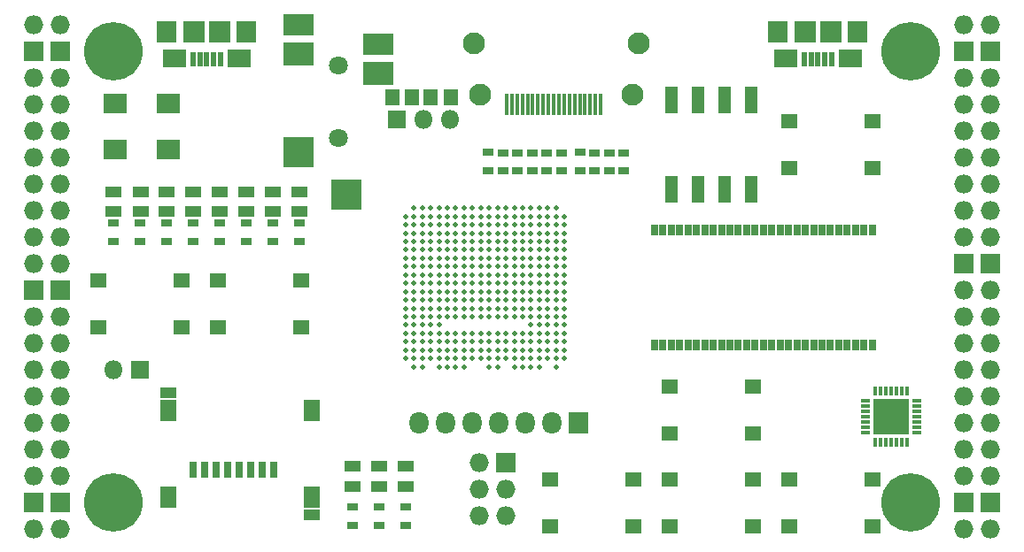
<source format=gts>
G04 #@! TF.GenerationSoftware,KiCad,Pcbnew,5.0.0+dfsg1-1*
G04 #@! TF.CreationDate,2018-08-19T11:20:59+02:00*
G04 #@! TF.ProjectId,ulx3s,756C7833732E6B696361645F70636200,rev?*
G04 #@! TF.SameCoordinates,Original*
G04 #@! TF.FileFunction,Soldermask,Top*
G04 #@! TF.FilePolarity,Negative*
%FSLAX46Y46*%
G04 Gerber Fmt 4.6, Leading zero omitted, Abs format (unit mm)*
G04 Created by KiCad (PCBNEW 5.0.0+dfsg1-1) date Sun Aug 19 11:20:59 2018*
%MOMM*%
%LPD*%
G01*
G04 APERTURE LIST*
%ADD10C,0.500000*%
%ADD11R,0.400000X2.000000*%
%ADD12C,2.100000*%
%ADD13R,1.220000X2.540000*%
%ADD14R,0.660000X1.000000*%
%ADD15O,1.827200X1.827200*%
%ADD16R,1.827200X1.827200*%
%ADD17C,5.600000*%
%ADD18O,0.950000X0.400000*%
%ADD19O,0.400000X0.950000*%
%ADD20R,1.775000X1.775000*%
%ADD21R,1.827200X2.132000*%
%ADD22O,1.827200X2.132000*%
%ADD23R,2.900000X2.100000*%
%ADD24R,2.900000X2.300000*%
%ADD25R,2.900000X2.900000*%
%ADD26C,1.800000*%
%ADD27R,0.800000X1.600000*%
%ADD28R,1.550000X1.000000*%
%ADD29R,1.550000X2.100000*%
%ADD30R,2.300000X1.900000*%
%ADD31R,1.100000X0.770000*%
%ADD32R,1.600000X1.070000*%
%ADD33R,1.800000X1.800000*%
%ADD34O,1.800000X1.800000*%
%ADD35R,1.395000X1.500000*%
%ADD36R,1.900000X2.000000*%
%ADD37R,0.500000X1.450000*%
%ADD38R,2.000000X2.000000*%
%ADD39R,2.200000X1.700000*%
%ADD40R,1.650000X1.400000*%
G04 APERTURE END LIST*
D10*
G04 #@! TO.C,U1*
X145280000Y-95400000D03*
X143680000Y-95400000D03*
X142880000Y-95400000D03*
X142080000Y-95400000D03*
X141280000Y-95400000D03*
X139680000Y-95400000D03*
X138880000Y-95400000D03*
X136480000Y-95400000D03*
X135680000Y-95400000D03*
X134880000Y-95400000D03*
X134080000Y-95400000D03*
X132480000Y-95400000D03*
X131680000Y-95400000D03*
X146080000Y-94600000D03*
X145280000Y-94600000D03*
X144480000Y-94600000D03*
X143680000Y-94600000D03*
X142880000Y-94600000D03*
X142080000Y-94600000D03*
X141280000Y-94600000D03*
X140480000Y-94600000D03*
X139680000Y-94600000D03*
X138880000Y-94600000D03*
X138080000Y-94600000D03*
X137280000Y-94600000D03*
X136480000Y-94600000D03*
X135680000Y-94600000D03*
X134880000Y-94600000D03*
X134080000Y-94600000D03*
X133280000Y-94600000D03*
X132480000Y-94600000D03*
X131680000Y-94600000D03*
X130880000Y-94600000D03*
X146080000Y-93800000D03*
X145280000Y-93800000D03*
X144480000Y-93800000D03*
X143680000Y-93800000D03*
X142880000Y-93800000D03*
X142080000Y-93800000D03*
X141280000Y-93800000D03*
X140480000Y-93800000D03*
X139680000Y-93800000D03*
X138880000Y-93800000D03*
X138080000Y-93800000D03*
X137280000Y-93800000D03*
X136480000Y-93800000D03*
X135680000Y-93800000D03*
X134880000Y-93800000D03*
X134080000Y-93800000D03*
X133280000Y-93800000D03*
X132480000Y-93800000D03*
X131680000Y-93800000D03*
X130880000Y-93800000D03*
X146080000Y-93000000D03*
X145280000Y-93000000D03*
X144480000Y-93000000D03*
X143680000Y-93000000D03*
X142880000Y-93000000D03*
X142080000Y-93000000D03*
X141280000Y-93000000D03*
X140480000Y-93000000D03*
X139680000Y-93000000D03*
X138880000Y-93000000D03*
X138080000Y-93000000D03*
X137280000Y-93000000D03*
X136480000Y-93000000D03*
X135680000Y-93000000D03*
X134880000Y-93000000D03*
X134080000Y-93000000D03*
X133280000Y-93000000D03*
X132480000Y-93000000D03*
X131680000Y-93000000D03*
X130880000Y-93000000D03*
X146080000Y-92200000D03*
X145280000Y-92200000D03*
X144480000Y-92200000D03*
X143680000Y-92200000D03*
X142880000Y-92200000D03*
X142080000Y-92200000D03*
X141280000Y-92200000D03*
X140480000Y-92200000D03*
X139680000Y-92200000D03*
X138880000Y-92200000D03*
X138080000Y-92200000D03*
X137280000Y-92200000D03*
X136480000Y-92200000D03*
X135680000Y-92200000D03*
X134880000Y-92200000D03*
X134080000Y-92200000D03*
X133280000Y-92200000D03*
X132480000Y-92200000D03*
X131680000Y-92200000D03*
X130880000Y-92200000D03*
X146080000Y-91400000D03*
X145280000Y-91400000D03*
X144480000Y-91400000D03*
X143680000Y-91400000D03*
X142880000Y-91400000D03*
X134080000Y-91400000D03*
X133280000Y-91400000D03*
X132480000Y-91400000D03*
X131680000Y-91400000D03*
X130880000Y-91400000D03*
X146080000Y-90600000D03*
X145280000Y-90600000D03*
X144480000Y-90600000D03*
X143680000Y-90600000D03*
X142880000Y-90600000D03*
X142080000Y-90600000D03*
X141280000Y-90600000D03*
X140480000Y-90600000D03*
X139680000Y-90600000D03*
X138880000Y-90600000D03*
X138080000Y-90600000D03*
X137280000Y-90600000D03*
X136480000Y-90600000D03*
X135680000Y-90600000D03*
X134880000Y-90600000D03*
X134080000Y-90600000D03*
X133280000Y-90600000D03*
X132480000Y-90600000D03*
X131680000Y-90600000D03*
X130880000Y-90600000D03*
X146080000Y-89800000D03*
X145280000Y-89800000D03*
X144480000Y-89800000D03*
X143680000Y-89800000D03*
X142880000Y-89800000D03*
X142080000Y-89800000D03*
X141280000Y-89800000D03*
X140480000Y-89800000D03*
X139680000Y-89800000D03*
X138880000Y-89800000D03*
X138080000Y-89800000D03*
X137280000Y-89800000D03*
X136480000Y-89800000D03*
X135680000Y-89800000D03*
X134880000Y-89800000D03*
X134080000Y-89800000D03*
X133280000Y-89800000D03*
X132480000Y-89800000D03*
X131680000Y-89800000D03*
X130880000Y-89800000D03*
X146080000Y-89000000D03*
X145280000Y-89000000D03*
X144480000Y-89000000D03*
X143680000Y-89000000D03*
X142880000Y-89000000D03*
X142080000Y-89000000D03*
X141280000Y-89000000D03*
X140480000Y-89000000D03*
X139680000Y-89000000D03*
X138880000Y-89000000D03*
X138080000Y-89000000D03*
X137280000Y-89000000D03*
X136480000Y-89000000D03*
X135680000Y-89000000D03*
X134880000Y-89000000D03*
X134080000Y-89000000D03*
X133280000Y-89000000D03*
X132480000Y-89000000D03*
X131680000Y-89000000D03*
X130880000Y-89000000D03*
X146080000Y-88200000D03*
X145280000Y-88200000D03*
X144480000Y-88200000D03*
X143680000Y-88200000D03*
X142880000Y-88200000D03*
X142080000Y-88200000D03*
X141280000Y-88200000D03*
X140480000Y-88200000D03*
X139680000Y-88200000D03*
X138880000Y-88200000D03*
X138080000Y-88200000D03*
X137280000Y-88200000D03*
X136480000Y-88200000D03*
X135680000Y-88200000D03*
X134880000Y-88200000D03*
X134080000Y-88200000D03*
X133280000Y-88200000D03*
X132480000Y-88200000D03*
X131680000Y-88200000D03*
X130880000Y-88200000D03*
X146080000Y-87400000D03*
X145280000Y-87400000D03*
X144480000Y-87400000D03*
X143680000Y-87400000D03*
X142880000Y-87400000D03*
X142080000Y-87400000D03*
X141280000Y-87400000D03*
X140480000Y-87400000D03*
X139680000Y-87400000D03*
X138880000Y-87400000D03*
X138080000Y-87400000D03*
X137280000Y-87400000D03*
X136480000Y-87400000D03*
X135680000Y-87400000D03*
X134880000Y-87400000D03*
X134080000Y-87400000D03*
X133280000Y-87400000D03*
X132480000Y-87400000D03*
X131680000Y-87400000D03*
X130880000Y-87400000D03*
X146080000Y-86600000D03*
X145280000Y-86600000D03*
X144480000Y-86600000D03*
X143680000Y-86600000D03*
X142880000Y-86600000D03*
X142080000Y-86600000D03*
X141280000Y-86600000D03*
X140480000Y-86600000D03*
X139680000Y-86600000D03*
X138880000Y-86600000D03*
X138080000Y-86600000D03*
X137280000Y-86600000D03*
X136480000Y-86600000D03*
X135680000Y-86600000D03*
X134880000Y-86600000D03*
X134080000Y-86600000D03*
X133280000Y-86600000D03*
X132480000Y-86600000D03*
X131680000Y-86600000D03*
X130880000Y-86600000D03*
X146080000Y-85800000D03*
X145280000Y-85800000D03*
X144480000Y-85800000D03*
X143680000Y-85800000D03*
X142880000Y-85800000D03*
X142080000Y-85800000D03*
X141280000Y-85800000D03*
X140480000Y-85800000D03*
X139680000Y-85800000D03*
X138880000Y-85800000D03*
X138080000Y-85800000D03*
X137280000Y-85800000D03*
X136480000Y-85800000D03*
X135680000Y-85800000D03*
X134880000Y-85800000D03*
X134080000Y-85800000D03*
X133280000Y-85800000D03*
X132480000Y-85800000D03*
X131680000Y-85800000D03*
X130880000Y-85800000D03*
X146080000Y-85000000D03*
X145280000Y-85000000D03*
X144480000Y-85000000D03*
X143680000Y-85000000D03*
X142880000Y-85000000D03*
X142080000Y-85000000D03*
X141280000Y-85000000D03*
X140480000Y-85000000D03*
X139680000Y-85000000D03*
X138880000Y-85000000D03*
X138080000Y-85000000D03*
X137280000Y-85000000D03*
X136480000Y-85000000D03*
X135680000Y-85000000D03*
X134880000Y-85000000D03*
X134080000Y-85000000D03*
X133280000Y-85000000D03*
X132480000Y-85000000D03*
X131680000Y-85000000D03*
X130880000Y-85000000D03*
X146080000Y-84200000D03*
X145280000Y-84200000D03*
X144480000Y-84200000D03*
X143680000Y-84200000D03*
X142880000Y-84200000D03*
X142080000Y-84200000D03*
X141280000Y-84200000D03*
X140480000Y-84200000D03*
X139680000Y-84200000D03*
X138880000Y-84200000D03*
X138080000Y-84200000D03*
X137280000Y-84200000D03*
X136480000Y-84200000D03*
X135680000Y-84200000D03*
X134880000Y-84200000D03*
X134080000Y-84200000D03*
X133280000Y-84200000D03*
X132480000Y-84200000D03*
X131680000Y-84200000D03*
X130880000Y-84200000D03*
X146080000Y-83400000D03*
X145280000Y-83400000D03*
X144480000Y-83400000D03*
X143680000Y-83400000D03*
X142880000Y-83400000D03*
X142080000Y-83400000D03*
X141280000Y-83400000D03*
X140480000Y-83400000D03*
X139680000Y-83400000D03*
X138880000Y-83400000D03*
X138080000Y-83400000D03*
X137280000Y-83400000D03*
X136480000Y-83400000D03*
X135680000Y-83400000D03*
X134880000Y-83400000D03*
X134080000Y-83400000D03*
X133280000Y-83400000D03*
X132480000Y-83400000D03*
X131680000Y-83400000D03*
X130880000Y-83400000D03*
X146080000Y-82600000D03*
X145280000Y-82600000D03*
X144480000Y-82600000D03*
X143680000Y-82600000D03*
X142880000Y-82600000D03*
X142080000Y-82600000D03*
X141280000Y-82600000D03*
X140480000Y-82600000D03*
X139680000Y-82600000D03*
X138880000Y-82600000D03*
X138080000Y-82600000D03*
X137280000Y-82600000D03*
X136480000Y-82600000D03*
X135680000Y-82600000D03*
X134880000Y-82600000D03*
X134080000Y-82600000D03*
X133280000Y-82600000D03*
X132480000Y-82600000D03*
X131680000Y-82600000D03*
X130880000Y-82600000D03*
X146080000Y-81800000D03*
X145280000Y-81800000D03*
X144480000Y-81800000D03*
X143680000Y-81800000D03*
X142880000Y-81800000D03*
X142080000Y-81800000D03*
X141280000Y-81800000D03*
X140480000Y-81800000D03*
X139680000Y-81800000D03*
X138880000Y-81800000D03*
X138080000Y-81800000D03*
X137280000Y-81800000D03*
X136480000Y-81800000D03*
X135680000Y-81800000D03*
X134880000Y-81800000D03*
X134080000Y-81800000D03*
X133280000Y-81800000D03*
X132480000Y-81800000D03*
X131680000Y-81800000D03*
X130880000Y-81800000D03*
X146080000Y-81000000D03*
X145280000Y-81000000D03*
X144480000Y-81000000D03*
X143680000Y-81000000D03*
X142880000Y-81000000D03*
X142080000Y-81000000D03*
X141280000Y-81000000D03*
X140480000Y-81000000D03*
X139680000Y-81000000D03*
X138880000Y-81000000D03*
X138080000Y-81000000D03*
X137280000Y-81000000D03*
X136480000Y-81000000D03*
X135680000Y-81000000D03*
X134880000Y-81000000D03*
X134080000Y-81000000D03*
X133280000Y-81000000D03*
X132480000Y-81000000D03*
X131680000Y-81000000D03*
X130880000Y-81000000D03*
X145280000Y-80200000D03*
X144480000Y-80200000D03*
X143680000Y-80200000D03*
X142880000Y-80200000D03*
X142080000Y-80200000D03*
X141280000Y-80200000D03*
X140480000Y-80200000D03*
X139680000Y-80200000D03*
X138880000Y-80200000D03*
X138080000Y-80200000D03*
X137280000Y-80200000D03*
X136480000Y-80200000D03*
X135680000Y-80200000D03*
X134880000Y-80200000D03*
X134080000Y-80200000D03*
X133280000Y-80200000D03*
X132480000Y-80200000D03*
X131680000Y-80200000D03*
G04 #@! TD*
D11*
G04 #@! TO.C,GPDI1*
X149546000Y-70312000D03*
X149046000Y-70312000D03*
X148546000Y-70312000D03*
X148046000Y-70312000D03*
X147546000Y-70312000D03*
X147046000Y-70312000D03*
X146546000Y-70312000D03*
X146046000Y-70312000D03*
X145546000Y-70312000D03*
X145046000Y-70312000D03*
X144546000Y-70312000D03*
X144046000Y-70312000D03*
X143546000Y-70312000D03*
X143046000Y-70312000D03*
X142546000Y-70312000D03*
X142046000Y-70312000D03*
X141546000Y-70312000D03*
X141046000Y-70312000D03*
X140546000Y-70312000D03*
D12*
X152546000Y-69312000D03*
X138046000Y-69312000D03*
X153146000Y-64412000D03*
X137446000Y-64412000D03*
G04 #@! TD*
D13*
G04 #@! TO.C,SW1*
X156330000Y-69815000D03*
X163950000Y-78425000D03*
X158870000Y-69815000D03*
X161410000Y-78425000D03*
X161410000Y-69815000D03*
X158870000Y-78425000D03*
X163950000Y-69815000D03*
X156330000Y-78425000D03*
G04 #@! TD*
D14*
G04 #@! TO.C,U2*
X175493000Y-82270000D03*
X154693000Y-93330000D03*
X155493000Y-93330000D03*
X156293000Y-93330000D03*
X157093000Y-93330000D03*
X157893000Y-93330000D03*
X158693000Y-93330000D03*
X159493000Y-93330000D03*
X160293000Y-93330000D03*
X161093000Y-93330000D03*
X161893000Y-93330000D03*
X162693000Y-93330000D03*
X163493000Y-93330000D03*
X164293000Y-93330000D03*
X165093000Y-93330000D03*
X165893000Y-93330000D03*
X166693000Y-93330000D03*
X167493000Y-93330000D03*
X168293000Y-93330000D03*
X169093000Y-93330000D03*
X169893000Y-93330000D03*
X170693000Y-93330000D03*
X171493000Y-93330000D03*
X172293000Y-93330000D03*
X173093000Y-93330000D03*
X173893000Y-93330000D03*
X174693000Y-93330000D03*
X175493000Y-93330000D03*
X174693000Y-82270000D03*
X173893000Y-82270000D03*
X173093000Y-82270000D03*
X172293000Y-82270000D03*
X171493000Y-82270000D03*
X170693000Y-82270000D03*
X169893000Y-82270000D03*
X169093000Y-82270000D03*
X168293000Y-82270000D03*
X167493000Y-82270000D03*
X166693000Y-82270000D03*
X165893000Y-82270000D03*
X165093000Y-82270000D03*
X164293000Y-82270000D03*
X163493000Y-82270000D03*
X162693000Y-82270000D03*
X161893000Y-82270000D03*
X161093000Y-82270000D03*
X160293000Y-82270000D03*
X159493000Y-82270000D03*
X158693000Y-82270000D03*
X157893000Y-82270000D03*
X157093000Y-82270000D03*
X156293000Y-82270000D03*
X155493000Y-82270000D03*
X154693000Y-82270000D03*
G04 #@! TD*
D15*
G04 #@! TO.C,J1*
X97910000Y-62690000D03*
X95370000Y-62690000D03*
D16*
X97910000Y-65230000D03*
X95370000Y-65230000D03*
D15*
X97910000Y-67770000D03*
X95370000Y-67770000D03*
X97910000Y-70310000D03*
X95370000Y-70310000D03*
X97910000Y-72850000D03*
X95370000Y-72850000D03*
X97910000Y-75390000D03*
X95370000Y-75390000D03*
X97910000Y-77930000D03*
X95370000Y-77930000D03*
X97910000Y-80470000D03*
X95370000Y-80470000D03*
X97910000Y-83010000D03*
X95370000Y-83010000D03*
X97910000Y-85550000D03*
X95370000Y-85550000D03*
D16*
X97910000Y-88090000D03*
X95370000Y-88090000D03*
D15*
X97910000Y-90630000D03*
X95370000Y-90630000D03*
X97910000Y-93170000D03*
X95370000Y-93170000D03*
X97910000Y-95710000D03*
X95370000Y-95710000D03*
X97910000Y-98250000D03*
X95370000Y-98250000D03*
X97910000Y-100790000D03*
X95370000Y-100790000D03*
X97910000Y-103330000D03*
X95370000Y-103330000D03*
X97910000Y-105870000D03*
X95370000Y-105870000D03*
D16*
X97910000Y-108410000D03*
X95370000Y-108410000D03*
D15*
X97910000Y-110950000D03*
X95370000Y-110950000D03*
G04 #@! TD*
G04 #@! TO.C,J2*
X184270000Y-110950000D03*
X186810000Y-110950000D03*
D16*
X184270000Y-108410000D03*
X186810000Y-108410000D03*
D15*
X184270000Y-105870000D03*
X186810000Y-105870000D03*
X184270000Y-103330000D03*
X186810000Y-103330000D03*
X184270000Y-100790000D03*
X186810000Y-100790000D03*
X184270000Y-98250000D03*
X186810000Y-98250000D03*
X184270000Y-95710000D03*
X186810000Y-95710000D03*
X184270000Y-93170000D03*
X186810000Y-93170000D03*
X184270000Y-90630000D03*
X186810000Y-90630000D03*
X184270000Y-88090000D03*
X186810000Y-88090000D03*
D16*
X184270000Y-85550000D03*
X186810000Y-85550000D03*
D15*
X184270000Y-83010000D03*
X186810000Y-83010000D03*
X184270000Y-80470000D03*
X186810000Y-80470000D03*
X184270000Y-77930000D03*
X186810000Y-77930000D03*
X184270000Y-75390000D03*
X186810000Y-75390000D03*
X184270000Y-72850000D03*
X186810000Y-72850000D03*
X184270000Y-70310000D03*
X186810000Y-70310000D03*
X184270000Y-67770000D03*
X186810000Y-67770000D03*
D16*
X184270000Y-65230000D03*
X186810000Y-65230000D03*
D15*
X184270000Y-62690000D03*
X186810000Y-62690000D03*
G04 #@! TD*
D17*
G04 #@! TO.C,H1*
X102990000Y-108410000D03*
G04 #@! TD*
G04 #@! TO.C,H2*
X179190000Y-108410000D03*
G04 #@! TD*
G04 #@! TO.C,H3*
X179190000Y-65230000D03*
G04 #@! TD*
G04 #@! TO.C,H4*
X102990000Y-65230000D03*
G04 #@! TD*
D16*
G04 #@! TO.C,J4*
X140455000Y-104600000D03*
D15*
X137915000Y-104600000D03*
X140455000Y-107140000D03*
X137915000Y-107140000D03*
X140455000Y-109680000D03*
X137915000Y-109680000D03*
G04 #@! TD*
D18*
G04 #@! TO.C,U8*
X179735000Y-101655000D03*
X179735000Y-101155000D03*
X179735000Y-100655000D03*
X179735000Y-100155000D03*
X179735000Y-99655000D03*
X179735000Y-99155000D03*
X179735000Y-98655000D03*
D19*
X178785000Y-97705000D03*
X178285000Y-97705000D03*
X177785000Y-97705000D03*
X177285000Y-97705000D03*
X176785000Y-97705000D03*
X176285000Y-97705000D03*
X175785000Y-97705000D03*
D18*
X174835000Y-98655000D03*
X174835000Y-99155000D03*
X174835000Y-99655000D03*
X174835000Y-100155000D03*
X174835000Y-100655000D03*
X174835000Y-101155000D03*
X174835000Y-101655000D03*
D19*
X175785000Y-102605000D03*
X176285000Y-102605000D03*
X176785000Y-102605000D03*
X177285000Y-102605000D03*
X177785000Y-102605000D03*
X178285000Y-102605000D03*
X178785000Y-102605000D03*
D20*
X176447500Y-99317500D03*
X176447500Y-100992500D03*
X178122500Y-99317500D03*
X178122500Y-100992500D03*
G04 #@! TD*
D21*
G04 #@! TO.C,OLED1*
X147440000Y-100790000D03*
D22*
X144900000Y-100790000D03*
X142360000Y-100790000D03*
X139820000Y-100790000D03*
X137280000Y-100790000D03*
X134740000Y-100790000D03*
X132200000Y-100790000D03*
G04 #@! TD*
D23*
G04 #@! TO.C,AUDIO1*
X120668000Y-62618000D03*
D24*
X120668000Y-65418000D03*
D25*
X120668000Y-74818000D03*
X125218000Y-78918000D03*
D24*
X128268000Y-67318000D03*
D23*
X128268000Y-64518000D03*
D26*
X124468000Y-66518000D03*
X124468000Y-73518000D03*
G04 #@! TD*
D27*
G04 #@! TO.C,SD1*
X118250000Y-105250000D03*
X117150000Y-105250000D03*
X116050000Y-105250000D03*
X114950000Y-105250000D03*
X113850000Y-105250000D03*
X112750000Y-105250000D03*
X111650000Y-105250000D03*
X110550000Y-105250000D03*
D28*
X121925000Y-109550000D03*
X108175000Y-97850000D03*
D29*
X108175000Y-107850000D03*
X121925000Y-107850000D03*
X121925000Y-99550000D03*
X108175000Y-99550000D03*
G04 #@! TD*
D30*
G04 #@! TO.C,Y1*
X108212000Y-70160000D03*
X103132000Y-70160000D03*
X103132000Y-74560000D03*
X108212000Y-74560000D03*
G04 #@! TD*
D31*
G04 #@! TO.C,C36*
X150361000Y-76646000D03*
X150361000Y-74896000D03*
G04 #@! TD*
G04 #@! TO.C,C37*
X151758000Y-74896000D03*
X151758000Y-76646000D03*
G04 #@! TD*
G04 #@! TO.C,C38*
X140201000Y-74896000D03*
X140201000Y-76646000D03*
G04 #@! TD*
G04 #@! TO.C,C39*
X142995000Y-76646000D03*
X142995000Y-74896000D03*
G04 #@! TD*
G04 #@! TO.C,C40*
X145789000Y-76646000D03*
X145789000Y-74896000D03*
G04 #@! TD*
G04 #@! TO.C,C41*
X148964000Y-74896000D03*
X148964000Y-76646000D03*
G04 #@! TD*
G04 #@! TO.C,C42*
X138742800Y-76638600D03*
X138742800Y-74888600D03*
G04 #@! TD*
G04 #@! TO.C,C43*
X141598000Y-74896000D03*
X141598000Y-76646000D03*
G04 #@! TD*
G04 #@! TO.C,C44*
X144392000Y-74896000D03*
X144392000Y-76646000D03*
G04 #@! TD*
G04 #@! TO.C,C45*
X147567000Y-76634000D03*
X147567000Y-74884000D03*
G04 #@! TD*
D32*
G04 #@! TO.C,D19*
X130930000Y-106825000D03*
X130930000Y-104915000D03*
G04 #@! TD*
G04 #@! TO.C,D0*
X120770000Y-78644000D03*
X120770000Y-80554000D03*
G04 #@! TD*
G04 #@! TO.C,D1*
X118230000Y-80554000D03*
X118230000Y-78644000D03*
G04 #@! TD*
G04 #@! TO.C,D2*
X115690000Y-78644000D03*
X115690000Y-80554000D03*
G04 #@! TD*
G04 #@! TO.C,D3*
X113150000Y-78644000D03*
X113150000Y-80554000D03*
G04 #@! TD*
G04 #@! TO.C,D4*
X110610000Y-80554000D03*
X110610000Y-78644000D03*
G04 #@! TD*
G04 #@! TO.C,D5*
X108070000Y-80554000D03*
X108070000Y-78644000D03*
G04 #@! TD*
G04 #@! TO.C,D6*
X105545000Y-78644000D03*
X105545000Y-80554000D03*
G04 #@! TD*
G04 #@! TO.C,D7*
X102990000Y-80554000D03*
X102990000Y-78644000D03*
G04 #@! TD*
G04 #@! TO.C,D18*
X128390000Y-106825000D03*
X128390000Y-104915000D03*
G04 #@! TD*
G04 #@! TO.C,D22*
X125850000Y-104915000D03*
X125850000Y-106825000D03*
G04 #@! TD*
D31*
G04 #@! TO.C,R41*
X120770000Y-83377000D03*
X120770000Y-81627000D03*
G04 #@! TD*
G04 #@! TO.C,R42*
X118230000Y-81627000D03*
X118230000Y-83377000D03*
G04 #@! TD*
G04 #@! TO.C,R43*
X115690000Y-83377000D03*
X115690000Y-81627000D03*
G04 #@! TD*
G04 #@! TO.C,R44*
X113150000Y-81627000D03*
X113150000Y-83377000D03*
G04 #@! TD*
G04 #@! TO.C,R45*
X110610000Y-81627000D03*
X110610000Y-83377000D03*
G04 #@! TD*
G04 #@! TO.C,R46*
X108070000Y-83377000D03*
X108070000Y-81627000D03*
G04 #@! TD*
G04 #@! TO.C,R47*
X105530000Y-81627000D03*
X105530000Y-83377000D03*
G04 #@! TD*
G04 #@! TO.C,R48*
X102990000Y-83377000D03*
X102990000Y-81627000D03*
G04 #@! TD*
G04 #@! TO.C,R36*
X128390000Y-110555000D03*
X128390000Y-108805000D03*
G04 #@! TD*
G04 #@! TO.C,R37*
X130930000Y-110555000D03*
X130930000Y-108805000D03*
G04 #@! TD*
G04 #@! TO.C,R62*
X125850000Y-108805000D03*
X125850000Y-110555000D03*
G04 #@! TD*
D33*
G04 #@! TO.C,J3*
X105530000Y-95710000D03*
D34*
X102990000Y-95710000D03*
G04 #@! TD*
D33*
G04 #@! TO.C,J5*
X130056000Y-71725000D03*
D34*
X132596000Y-71725000D03*
X135136000Y-71725000D03*
G04 #@! TD*
D35*
G04 #@! TO.C,RV2*
X131531500Y-69566000D03*
X129596500Y-69566000D03*
G04 #@! TD*
G04 #@! TO.C,RV3*
X133279500Y-69566000D03*
X135214500Y-69566000D03*
G04 #@! TD*
D36*
G04 #@! TO.C,US1*
X108080000Y-63325000D03*
X115680000Y-63325000D03*
D37*
X110580000Y-66000000D03*
X111230000Y-66000000D03*
X111880000Y-66000000D03*
X112530000Y-66000000D03*
X113180000Y-66000000D03*
D38*
X110680000Y-63325000D03*
X113080000Y-63325000D03*
D39*
X108780000Y-65875000D03*
X114980000Y-65875000D03*
G04 #@! TD*
G04 #@! TO.C,US2*
X173400000Y-65875000D03*
X167200000Y-65875000D03*
D38*
X171500000Y-63325000D03*
X169100000Y-63325000D03*
D37*
X171600000Y-66000000D03*
X170950000Y-66000000D03*
X170300000Y-66000000D03*
X169650000Y-66000000D03*
X169000000Y-66000000D03*
D36*
X174100000Y-63325000D03*
X166500000Y-63325000D03*
G04 #@! TD*
D40*
G04 #@! TO.C,B0*
X175550000Y-71870000D03*
X175550000Y-76370000D03*
X167590000Y-76370000D03*
X167590000Y-71870000D03*
G04 #@! TD*
G04 #@! TO.C,B1*
X109510000Y-91610000D03*
X109510000Y-87110000D03*
X101550000Y-87110000D03*
X101550000Y-91610000D03*
G04 #@! TD*
G04 #@! TO.C,B2*
X112980000Y-91610000D03*
X112980000Y-87110000D03*
X120940000Y-87110000D03*
X120940000Y-91610000D03*
G04 #@! TD*
G04 #@! TO.C,B3*
X164120000Y-101770000D03*
X164120000Y-97270000D03*
X156160000Y-97270000D03*
X156160000Y-101770000D03*
G04 #@! TD*
G04 #@! TO.C,B4*
X164120000Y-106160000D03*
X164120000Y-110660000D03*
X156160000Y-110660000D03*
X156160000Y-106160000D03*
G04 #@! TD*
G04 #@! TO.C,B5*
X144730000Y-106160000D03*
X144730000Y-110660000D03*
X152690000Y-110660000D03*
X152690000Y-106160000D03*
G04 #@! TD*
G04 #@! TO.C,B6*
X175550000Y-106160000D03*
X175550000Y-110660000D03*
X167590000Y-110660000D03*
X167590000Y-106160000D03*
G04 #@! TD*
M02*

</source>
